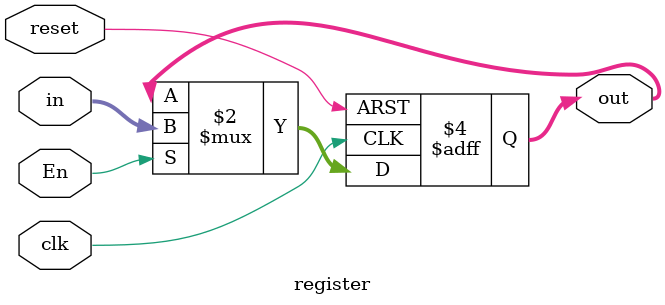
<source format=sv>
module counter(clk,En,reset,c);
 parameter n = 5;
 input clk,En,reset;
 output reg [n:0] c;

 always @(posedge clk or posedge reset)
  if (reset)
   c <= 0 ;
  else 
   if(En)
    c <= c+1 ;

endmodule

module register(input clk,En,reset, input [12:0] in, output reg [12:0] out);

 always @(posedge clk or posedge reset)
  if (reset)
    out <= 0 ;
  else 
   if(En)
     out <= in ;
    
 

endmodule

</source>
